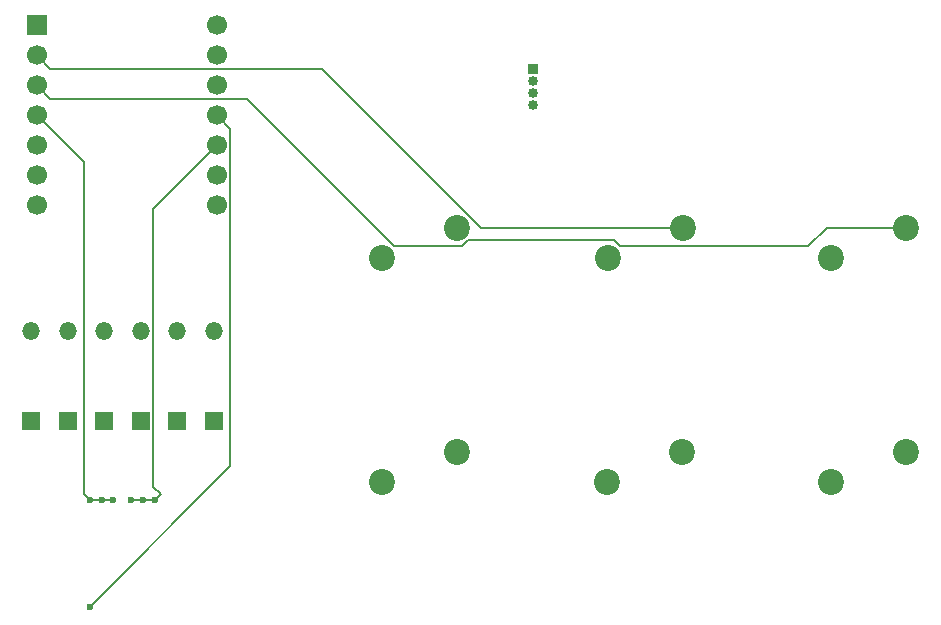
<source format=gbr>
%TF.GenerationSoftware,KiCad,Pcbnew,8.0.4-8.0.4-0~ubuntu22.04.1*%
%TF.CreationDate,2024-10-21T19:34:47-04:00*%
%TF.ProjectId,macropad,6d616372-6f70-4616-942e-6b696361645f,rev?*%
%TF.SameCoordinates,Original*%
%TF.FileFunction,Copper,L2,Bot*%
%TF.FilePolarity,Positive*%
%FSLAX46Y46*%
G04 Gerber Fmt 4.6, Leading zero omitted, Abs format (unit mm)*
G04 Created by KiCad (PCBNEW 8.0.4-8.0.4-0~ubuntu22.04.1) date 2024-10-21 19:34:47*
%MOMM*%
%LPD*%
G01*
G04 APERTURE LIST*
%TA.AperFunction,ComponentPad*%
%ADD10R,1.500000X1.500000*%
%TD*%
%TA.AperFunction,ComponentPad*%
%ADD11O,1.500000X1.500000*%
%TD*%
%TA.AperFunction,ComponentPad*%
%ADD12C,2.200000*%
%TD*%
%TA.AperFunction,ComponentPad*%
%ADD13R,1.700000X1.700000*%
%TD*%
%TA.AperFunction,ComponentPad*%
%ADD14C,1.700000*%
%TD*%
%TA.AperFunction,ComponentPad*%
%ADD15R,0.850000X0.850000*%
%TD*%
%TA.AperFunction,ComponentPad*%
%ADD16O,0.850000X0.850000*%
%TD*%
%TA.AperFunction,ViaPad*%
%ADD17C,0.600000*%
%TD*%
%TA.AperFunction,Conductor*%
%ADD18C,0.200000*%
%TD*%
G04 APERTURE END LIST*
D10*
%TO.P,D2,1,K*%
%TO.N,Row1*%
X104140000Y-105815000D03*
D11*
%TO.P,D2,2,A*%
%TO.N,Net-(D2-A)*%
X104140000Y-98195000D03*
%TD*%
D12*
%TO.P,SW3,1,1*%
%TO.N,Col1*%
X137120000Y-108420000D03*
%TO.P,SW3,2,2*%
%TO.N,Net-(D4-A)*%
X130770000Y-110960000D03*
%TD*%
D10*
%TO.P,D5,1,K*%
%TO.N,Row2*%
X113410000Y-105815000D03*
D11*
%TO.P,D5,2,A*%
%TO.N,Net-(D5-A)*%
X113410000Y-98195000D03*
%TD*%
D12*
%TO.P,SW7,1,1*%
%TO.N,Col3*%
X175120000Y-108420000D03*
%TO.P,SW7,2,2*%
%TO.N,Net-(D6-A)*%
X168770000Y-110960000D03*
%TD*%
D10*
%TO.P,D1,1,K*%
%TO.N,Row1*%
X101050000Y-105815000D03*
D11*
%TO.P,D1,2,A*%
%TO.N,Net-(D1-A)*%
X101050000Y-98195000D03*
%TD*%
D10*
%TO.P,D6,1,K*%
%TO.N,Row2*%
X110320000Y-105815000D03*
D11*
%TO.P,D6,2,A*%
%TO.N,Net-(D6-A)*%
X110320000Y-98195000D03*
%TD*%
D12*
%TO.P,SW4,1,1*%
%TO.N,Col2*%
X156200000Y-89420000D03*
%TO.P,SW4,2,2*%
%TO.N,Net-(D2-A)*%
X149850000Y-91960000D03*
%TD*%
%TO.P,SW6,1,1*%
%TO.N,Col3*%
X175120000Y-89420000D03*
%TO.P,SW6,2,2*%
%TO.N,Net-(D3-A)*%
X168770000Y-91960000D03*
%TD*%
%TO.P,SW5,1,1*%
%TO.N,Col2*%
X156120000Y-108420000D03*
%TO.P,SW5,2,2*%
%TO.N,Net-(D5-A)*%
X149770000Y-110960000D03*
%TD*%
D10*
%TO.P,D3,1,K*%
%TO.N,Row1*%
X107230000Y-105815000D03*
D11*
%TO.P,D3,2,A*%
%TO.N,Net-(D3-A)*%
X107230000Y-98195000D03*
%TD*%
D10*
%TO.P,D4,1,K*%
%TO.N,Row2*%
X116500000Y-105815000D03*
D11*
%TO.P,D4,2,A*%
%TO.N,Net-(D4-A)*%
X116500000Y-98195000D03*
%TD*%
D12*
%TO.P,SW2,1,1*%
%TO.N,Col1*%
X137120000Y-89420000D03*
%TO.P,SW2,2,2*%
%TO.N,Net-(D1-A)*%
X130770000Y-91960000D03*
%TD*%
D13*
%TO.P,U1,1,PA02_A0_D0*%
%TO.N,Col1*%
X101500000Y-72260000D03*
D14*
%TO.P,U1,2,PA4_A1_D1*%
%TO.N,Col2*%
X101500000Y-74800000D03*
%TO.P,U1,3,PA10_A2_D2*%
%TO.N,Col3*%
X101500000Y-77340000D03*
%TO.P,U1,4,PA11_A3_D3*%
%TO.N,Row1*%
X101500000Y-79880000D03*
%TO.P,U1,5,PA8_A4_D4_SDA*%
%TO.N,SDA*%
X101500000Y-82420000D03*
%TO.P,U1,6,PA9_A5_D5_SCL*%
%TO.N,SCL*%
X101500000Y-84960000D03*
%TO.P,U1,7,PB08_A6_D6_TX*%
%TO.N,unconnected-(U1-PB08_A6_D6_TX-Pad7)*%
X101500000Y-87500000D03*
%TO.P,U1,8,PB09_A7_D7_RX*%
%TO.N,unconnected-(U1-PB09_A7_D7_RX-Pad8)*%
X116750000Y-87500000D03*
%TO.P,U1,9,PA7_A8_D8_SCK*%
%TO.N,unconnected-(U1-PA7_A8_D8_SCK-Pad9)*%
X116750000Y-84960000D03*
%TO.P,U1,10,PA5_A9_D9_MISO*%
%TO.N,Row2*%
X116750000Y-82420000D03*
%TO.P,U1,11,PA6_A10_D10_MOSI*%
%TO.N,NEOPIXEL*%
X116750000Y-79880000D03*
%TO.P,U1,12,3V3*%
%TO.N,unconnected-(U1-3V3-Pad12)*%
X116750000Y-77340000D03*
%TO.P,U1,13,GND*%
%TO.N,GND*%
X116750000Y-74800000D03*
%TO.P,U1,14,5V*%
%TO.N,VCC*%
X116750000Y-72260000D03*
%TD*%
D15*
%TO.P,J1,1,Pin_1*%
%TO.N,SDA*%
X143500000Y-76000000D03*
D16*
%TO.P,J1,2,Pin_2*%
%TO.N,SCL*%
X143500000Y-77000000D03*
%TO.P,J1,3,Pin_3*%
%TO.N,VCC*%
X143500000Y-78000000D03*
%TO.P,J1,4,Pin_4*%
%TO.N,GND*%
X143500000Y-79000000D03*
%TD*%
D17*
%TO.N,NEOPIXEL*%
X106000000Y-121500000D03*
%TO.N,Row1*%
X107000000Y-112500000D03*
X106000000Y-112500000D03*
X108000000Y-112500000D03*
%TO.N,Row2*%
X109500000Y-112500000D03*
X111500000Y-112500000D03*
X110500000Y-112500000D03*
%TD*%
D18*
%TO.N,NEOPIXEL*%
X106000000Y-121500000D02*
X117900000Y-109600000D01*
X117900000Y-81030000D02*
X116750000Y-79880000D01*
X117900000Y-109600000D02*
X117900000Y-81030000D01*
%TO.N,Row1*%
X105500000Y-112000000D02*
X105500000Y-83880000D01*
X105500000Y-83880000D02*
X101500000Y-79880000D01*
X106000000Y-112500000D02*
X105500000Y-112000000D01*
X108000000Y-112500000D02*
X107000000Y-112500000D01*
X107000000Y-112500000D02*
X106000000Y-112500000D01*
%TO.N,Row2*%
X111500000Y-112500000D02*
X112000000Y-112000000D01*
X110500000Y-112500000D02*
X109500000Y-112500000D01*
X112000000Y-112000000D02*
X111370000Y-111370000D01*
X111370000Y-87800000D02*
X116750000Y-82420000D01*
X111500000Y-112500000D02*
X110500000Y-112500000D01*
X111370000Y-111370000D02*
X111370000Y-87800000D01*
%TO.N,Col2*%
X102650000Y-75950000D02*
X101500000Y-74800000D01*
X139099899Y-89420000D02*
X125629899Y-75950000D01*
X156200000Y-89420000D02*
X139099899Y-89420000D01*
X125629899Y-75950000D02*
X102650000Y-75950000D01*
%TO.N,Col3*%
X150369899Y-90500000D02*
X138019899Y-90500000D01*
X131789899Y-91000000D02*
X119289899Y-78500000D01*
X119289899Y-78500000D02*
X102660000Y-78500000D01*
X166830101Y-91000000D02*
X150869899Y-91000000D01*
X175120000Y-89420000D02*
X168410101Y-89420000D01*
X138019899Y-90500000D02*
X137519899Y-91000000D01*
X102660000Y-78500000D02*
X101500000Y-77340000D01*
X137519899Y-91000000D02*
X131789899Y-91000000D01*
X150869899Y-91000000D02*
X150369899Y-90500000D01*
X168410101Y-89420000D02*
X166830101Y-91000000D01*
%TD*%
M02*

</source>
